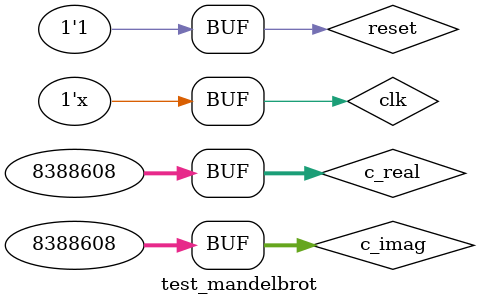
<source format=v>
module test_mandelbrot;

reg                clk;
reg					 reset;
reg  signed [31:0] c_real;
reg  signed [31:0] c_imag;
wire               overflow;
wire signed [31:0] out_real;
wire signed [31:0] out_imag;

mandelbrot m(clk, reset, c_real, c_imag, overflow, out_real, out_imag);

always begin
	#1 clk = !clk;
end

initial begin
	clk = 0;
	reset = 1;
	#1
	
	#2
	c_real  = 32'h800000;
	c_imag  = 32'h800000;
	
	#2
	c_real = 32'hb851e;
	c_imag = 32'h1a3d70;
	
	#2
	c_real  = 32'h800000;
	c_imag  = 32'h800000;
end
	
endmodule

</source>
